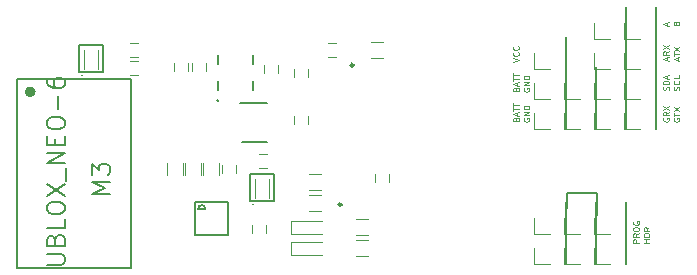
<source format=gbr>
G04 #@! TF.GenerationSoftware,KiCad,Pcbnew,(5.1.5)-3*
G04 #@! TF.CreationDate,2020-02-17T19:32:57-05:00*
G04 #@! TF.ProjectId,PicoTrackerWSPR1Rev6,5069636f-5472-4616-936b-657257535052,rev?*
G04 #@! TF.SameCoordinates,Original*
G04 #@! TF.FileFunction,Legend,Top*
G04 #@! TF.FilePolarity,Positive*
%FSLAX46Y46*%
G04 Gerber Fmt 4.6, Leading zero omitted, Abs format (unit mm)*
G04 Created by KiCad (PCBNEW (5.1.5)-3) date 2020-02-17 19:32:57*
%MOMM*%
%LPD*%
G04 APERTURE LIST*
%ADD10C,0.125000*%
%ADD11C,0.150000*%
%ADD12C,0.120000*%
%ADD13C,0.250000*%
%ADD14C,0.127000*%
%ADD15C,0.398780*%
%ADD16C,0.203200*%
%ADD17C,0.100000*%
%ADD18C,0.200000*%
G04 APERTURE END LIST*
D10*
X124685285Y-76849035D02*
X124709095Y-76777607D01*
X124732904Y-76753797D01*
X124780523Y-76729988D01*
X124851952Y-76729988D01*
X124899571Y-76753797D01*
X124923380Y-76777607D01*
X124947190Y-76825226D01*
X124947190Y-77015702D01*
X124447190Y-77015702D01*
X124447190Y-76849035D01*
X124471000Y-76801416D01*
X124494809Y-76777607D01*
X124542428Y-76753797D01*
X124590047Y-76753797D01*
X124637666Y-76777607D01*
X124661476Y-76801416D01*
X124685285Y-76849035D01*
X124685285Y-77015702D01*
X124804333Y-76539511D02*
X124804333Y-76301416D01*
X124947190Y-76587130D02*
X124447190Y-76420464D01*
X124947190Y-76253797D01*
X124447190Y-76158559D02*
X124447190Y-75872845D01*
X124947190Y-76015702D02*
X124447190Y-76015702D01*
X124447190Y-75777607D02*
X124447190Y-75491892D01*
X124947190Y-75634750D02*
X124447190Y-75634750D01*
X125346000Y-76753797D02*
X125322190Y-76801416D01*
X125322190Y-76872845D01*
X125346000Y-76944273D01*
X125393619Y-76991892D01*
X125441238Y-77015702D01*
X125536476Y-77039511D01*
X125607904Y-77039511D01*
X125703142Y-77015702D01*
X125750761Y-76991892D01*
X125798380Y-76944273D01*
X125822190Y-76872845D01*
X125822190Y-76825226D01*
X125798380Y-76753797D01*
X125774571Y-76729988D01*
X125607904Y-76729988D01*
X125607904Y-76825226D01*
X125822190Y-76515702D02*
X125322190Y-76515702D01*
X125822190Y-76229988D01*
X125322190Y-76229988D01*
X125822190Y-75991892D02*
X125322190Y-75991892D01*
X125322190Y-75872845D01*
X125346000Y-75801416D01*
X125393619Y-75753797D01*
X125441238Y-75729988D01*
X125536476Y-75706178D01*
X125607904Y-75706178D01*
X125703142Y-75729988D01*
X125750761Y-75753797D01*
X125798380Y-75801416D01*
X125822190Y-75872845D01*
X125822190Y-75991892D01*
X124685285Y-74309035D02*
X124709095Y-74237607D01*
X124732904Y-74213797D01*
X124780523Y-74189988D01*
X124851952Y-74189988D01*
X124899571Y-74213797D01*
X124923380Y-74237607D01*
X124947190Y-74285226D01*
X124947190Y-74475702D01*
X124447190Y-74475702D01*
X124447190Y-74309035D01*
X124471000Y-74261416D01*
X124494809Y-74237607D01*
X124542428Y-74213797D01*
X124590047Y-74213797D01*
X124637666Y-74237607D01*
X124661476Y-74261416D01*
X124685285Y-74309035D01*
X124685285Y-74475702D01*
X124804333Y-73999511D02*
X124804333Y-73761416D01*
X124947190Y-74047130D02*
X124447190Y-73880464D01*
X124947190Y-73713797D01*
X124447190Y-73618559D02*
X124447190Y-73332845D01*
X124947190Y-73475702D02*
X124447190Y-73475702D01*
X124447190Y-73237607D02*
X124447190Y-72951892D01*
X124947190Y-73094750D02*
X124447190Y-73094750D01*
X125346000Y-74213797D02*
X125322190Y-74261416D01*
X125322190Y-74332845D01*
X125346000Y-74404273D01*
X125393619Y-74451892D01*
X125441238Y-74475702D01*
X125536476Y-74499511D01*
X125607904Y-74499511D01*
X125703142Y-74475702D01*
X125750761Y-74451892D01*
X125798380Y-74404273D01*
X125822190Y-74332845D01*
X125822190Y-74285226D01*
X125798380Y-74213797D01*
X125774571Y-74189988D01*
X125607904Y-74189988D01*
X125607904Y-74285226D01*
X125822190Y-73975702D02*
X125322190Y-73975702D01*
X125822190Y-73689988D01*
X125322190Y-73689988D01*
X125822190Y-73451892D02*
X125322190Y-73451892D01*
X125322190Y-73332845D01*
X125346000Y-73261416D01*
X125393619Y-73213797D01*
X125441238Y-73189988D01*
X125536476Y-73166178D01*
X125607904Y-73166178D01*
X125703142Y-73189988D01*
X125750761Y-73213797D01*
X125798380Y-73261416D01*
X125822190Y-73332845D01*
X125822190Y-73451892D01*
X124427490Y-71956330D02*
X124927490Y-71789664D01*
X124427490Y-71622997D01*
X124879871Y-71170616D02*
X124903680Y-71194426D01*
X124927490Y-71265854D01*
X124927490Y-71313473D01*
X124903680Y-71384902D01*
X124856061Y-71432521D01*
X124808442Y-71456330D01*
X124713204Y-71480140D01*
X124641776Y-71480140D01*
X124546538Y-71456330D01*
X124498919Y-71432521D01*
X124451300Y-71384902D01*
X124427490Y-71313473D01*
X124427490Y-71265854D01*
X124451300Y-71194426D01*
X124475109Y-71170616D01*
X124879871Y-70670616D02*
X124903680Y-70694426D01*
X124927490Y-70765854D01*
X124927490Y-70813473D01*
X124903680Y-70884902D01*
X124856061Y-70932521D01*
X124808442Y-70956330D01*
X124713204Y-70980140D01*
X124641776Y-70980140D01*
X124546538Y-70956330D01*
X124498919Y-70932521D01*
X124451300Y-70884902D01*
X124427490Y-70813473D01*
X124427490Y-70765854D01*
X124451300Y-70694426D01*
X124475109Y-70670616D01*
X135107190Y-87302702D02*
X134607190Y-87302702D01*
X134607190Y-87112226D01*
X134631000Y-87064607D01*
X134654809Y-87040797D01*
X134702428Y-87016988D01*
X134773857Y-87016988D01*
X134821476Y-87040797D01*
X134845285Y-87064607D01*
X134869095Y-87112226D01*
X134869095Y-87302702D01*
X135107190Y-86516988D02*
X134869095Y-86683654D01*
X135107190Y-86802702D02*
X134607190Y-86802702D01*
X134607190Y-86612226D01*
X134631000Y-86564607D01*
X134654809Y-86540797D01*
X134702428Y-86516988D01*
X134773857Y-86516988D01*
X134821476Y-86540797D01*
X134845285Y-86564607D01*
X134869095Y-86612226D01*
X134869095Y-86802702D01*
X134607190Y-86207464D02*
X134607190Y-86112226D01*
X134631000Y-86064607D01*
X134678619Y-86016988D01*
X134773857Y-85993178D01*
X134940523Y-85993178D01*
X135035761Y-86016988D01*
X135083380Y-86064607D01*
X135107190Y-86112226D01*
X135107190Y-86207464D01*
X135083380Y-86255083D01*
X135035761Y-86302702D01*
X134940523Y-86326511D01*
X134773857Y-86326511D01*
X134678619Y-86302702D01*
X134631000Y-86255083D01*
X134607190Y-86207464D01*
X134631000Y-85516988D02*
X134607190Y-85564607D01*
X134607190Y-85636035D01*
X134631000Y-85707464D01*
X134678619Y-85755083D01*
X134726238Y-85778892D01*
X134821476Y-85802702D01*
X134892904Y-85802702D01*
X134988142Y-85778892D01*
X135035761Y-85755083D01*
X135083380Y-85707464D01*
X135107190Y-85636035D01*
X135107190Y-85588416D01*
X135083380Y-85516988D01*
X135059571Y-85493178D01*
X134892904Y-85493178D01*
X134892904Y-85588416D01*
X135982190Y-87302702D02*
X135482190Y-87302702D01*
X135720285Y-87302702D02*
X135720285Y-87016988D01*
X135982190Y-87016988D02*
X135482190Y-87016988D01*
X135982190Y-86778892D02*
X135482190Y-86778892D01*
X135482190Y-86659845D01*
X135506000Y-86588416D01*
X135553619Y-86540797D01*
X135601238Y-86516988D01*
X135696476Y-86493178D01*
X135767904Y-86493178D01*
X135863142Y-86516988D01*
X135910761Y-86540797D01*
X135958380Y-86588416D01*
X135982190Y-86659845D01*
X135982190Y-86778892D01*
X135982190Y-85993178D02*
X135744095Y-86159845D01*
X135982190Y-86278892D02*
X135482190Y-86278892D01*
X135482190Y-86088416D01*
X135506000Y-86040797D01*
X135529809Y-86016988D01*
X135577428Y-85993178D01*
X135648857Y-85993178D01*
X135696476Y-86016988D01*
X135720285Y-86040797D01*
X135744095Y-86088416D01*
X135744095Y-86278892D01*
D11*
X131508500Y-83058000D02*
X131508500Y-84963000D01*
X128968500Y-83058000D02*
X131508500Y-83058000D01*
X128968500Y-84328000D02*
X128968500Y-83058000D01*
D10*
X137504333Y-68911511D02*
X137504333Y-68673416D01*
X137647190Y-68959130D02*
X137147190Y-68792464D01*
X137647190Y-68625797D01*
X138260285Y-68721035D02*
X138284095Y-68649607D01*
X138307904Y-68625797D01*
X138355523Y-68601988D01*
X138426952Y-68601988D01*
X138474571Y-68625797D01*
X138498380Y-68649607D01*
X138522190Y-68697226D01*
X138522190Y-68887702D01*
X138022190Y-68887702D01*
X138022190Y-68721035D01*
X138046000Y-68673416D01*
X138069809Y-68649607D01*
X138117428Y-68625797D01*
X138165047Y-68625797D01*
X138212666Y-68649607D01*
X138236476Y-68673416D01*
X138260285Y-68721035D01*
X138260285Y-68887702D01*
X137504333Y-71832511D02*
X137504333Y-71594416D01*
X137647190Y-71880130D02*
X137147190Y-71713464D01*
X137647190Y-71546797D01*
X137647190Y-71094416D02*
X137409095Y-71261083D01*
X137647190Y-71380130D02*
X137147190Y-71380130D01*
X137147190Y-71189654D01*
X137171000Y-71142035D01*
X137194809Y-71118226D01*
X137242428Y-71094416D01*
X137313857Y-71094416D01*
X137361476Y-71118226D01*
X137385285Y-71142035D01*
X137409095Y-71189654D01*
X137409095Y-71380130D01*
X137147190Y-70927750D02*
X137647190Y-70594416D01*
X137147190Y-70594416D02*
X137647190Y-70927750D01*
X138379333Y-71832511D02*
X138379333Y-71594416D01*
X138522190Y-71880130D02*
X138022190Y-71713464D01*
X138522190Y-71546797D01*
X138022190Y-71451559D02*
X138022190Y-71165845D01*
X138522190Y-71308702D02*
X138022190Y-71308702D01*
X138022190Y-71046797D02*
X138522190Y-70713464D01*
X138022190Y-70713464D02*
X138522190Y-71046797D01*
X137623380Y-74372511D02*
X137647190Y-74301083D01*
X137647190Y-74182035D01*
X137623380Y-74134416D01*
X137599571Y-74110607D01*
X137551952Y-74086797D01*
X137504333Y-74086797D01*
X137456714Y-74110607D01*
X137432904Y-74134416D01*
X137409095Y-74182035D01*
X137385285Y-74277273D01*
X137361476Y-74324892D01*
X137337666Y-74348702D01*
X137290047Y-74372511D01*
X137242428Y-74372511D01*
X137194809Y-74348702D01*
X137171000Y-74324892D01*
X137147190Y-74277273D01*
X137147190Y-74158226D01*
X137171000Y-74086797D01*
X137647190Y-73872511D02*
X137147190Y-73872511D01*
X137147190Y-73753464D01*
X137171000Y-73682035D01*
X137218619Y-73634416D01*
X137266238Y-73610607D01*
X137361476Y-73586797D01*
X137432904Y-73586797D01*
X137528142Y-73610607D01*
X137575761Y-73634416D01*
X137623380Y-73682035D01*
X137647190Y-73753464D01*
X137647190Y-73872511D01*
X137504333Y-73396321D02*
X137504333Y-73158226D01*
X137647190Y-73443940D02*
X137147190Y-73277273D01*
X137647190Y-73110607D01*
X138498380Y-74372511D02*
X138522190Y-74301083D01*
X138522190Y-74182035D01*
X138498380Y-74134416D01*
X138474571Y-74110607D01*
X138426952Y-74086797D01*
X138379333Y-74086797D01*
X138331714Y-74110607D01*
X138307904Y-74134416D01*
X138284095Y-74182035D01*
X138260285Y-74277273D01*
X138236476Y-74324892D01*
X138212666Y-74348702D01*
X138165047Y-74372511D01*
X138117428Y-74372511D01*
X138069809Y-74348702D01*
X138046000Y-74324892D01*
X138022190Y-74277273D01*
X138022190Y-74158226D01*
X138046000Y-74086797D01*
X138474571Y-73586797D02*
X138498380Y-73610607D01*
X138522190Y-73682035D01*
X138522190Y-73729654D01*
X138498380Y-73801083D01*
X138450761Y-73848702D01*
X138403142Y-73872511D01*
X138307904Y-73896321D01*
X138236476Y-73896321D01*
X138141238Y-73872511D01*
X138093619Y-73848702D01*
X138046000Y-73801083D01*
X138022190Y-73729654D01*
X138022190Y-73682035D01*
X138046000Y-73610607D01*
X138069809Y-73586797D01*
X138522190Y-73134416D02*
X138522190Y-73372511D01*
X138022190Y-73372511D01*
X137171000Y-76753797D02*
X137147190Y-76801416D01*
X137147190Y-76872845D01*
X137171000Y-76944273D01*
X137218619Y-76991892D01*
X137266238Y-77015702D01*
X137361476Y-77039511D01*
X137432904Y-77039511D01*
X137528142Y-77015702D01*
X137575761Y-76991892D01*
X137623380Y-76944273D01*
X137647190Y-76872845D01*
X137647190Y-76825226D01*
X137623380Y-76753797D01*
X137599571Y-76729988D01*
X137432904Y-76729988D01*
X137432904Y-76825226D01*
X137647190Y-76229988D02*
X137409095Y-76396654D01*
X137647190Y-76515702D02*
X137147190Y-76515702D01*
X137147190Y-76325226D01*
X137171000Y-76277607D01*
X137194809Y-76253797D01*
X137242428Y-76229988D01*
X137313857Y-76229988D01*
X137361476Y-76253797D01*
X137385285Y-76277607D01*
X137409095Y-76325226D01*
X137409095Y-76515702D01*
X137147190Y-76063321D02*
X137647190Y-75729988D01*
X137147190Y-75729988D02*
X137647190Y-76063321D01*
X138046000Y-76753797D02*
X138022190Y-76801416D01*
X138022190Y-76872845D01*
X138046000Y-76944273D01*
X138093619Y-76991892D01*
X138141238Y-77015702D01*
X138236476Y-77039511D01*
X138307904Y-77039511D01*
X138403142Y-77015702D01*
X138450761Y-76991892D01*
X138498380Y-76944273D01*
X138522190Y-76872845D01*
X138522190Y-76825226D01*
X138498380Y-76753797D01*
X138474571Y-76729988D01*
X138307904Y-76729988D01*
X138307904Y-76825226D01*
X138022190Y-76587130D02*
X138022190Y-76301416D01*
X138522190Y-76444273D02*
X138022190Y-76444273D01*
X138022190Y-76182369D02*
X138522190Y-75849035D01*
X138022190Y-75849035D02*
X138522190Y-76182369D01*
D12*
X126241500Y-86547000D02*
X126241500Y-85217000D01*
X127571500Y-86547000D02*
X126241500Y-86547000D01*
X128841500Y-86547000D02*
X128841500Y-83887000D01*
X128841500Y-83887000D02*
X128901500Y-83887000D01*
X128841500Y-86547000D02*
X128901500Y-86547000D01*
X128901500Y-86547000D02*
X128901500Y-83887000D01*
X128901500Y-89087000D02*
X128901500Y-86427000D01*
X128841500Y-89087000D02*
X128901500Y-89087000D01*
X128841500Y-86427000D02*
X128901500Y-86427000D01*
X128841500Y-89087000D02*
X128841500Y-86427000D01*
X127571500Y-89087000D02*
X126241500Y-89087000D01*
X126241500Y-89087000D02*
X126241500Y-87757000D01*
X128841500Y-75117000D02*
X128901500Y-75117000D01*
X128901500Y-75117000D02*
X128901500Y-72457000D01*
X128901500Y-72457000D02*
X128841500Y-72457000D01*
X128841500Y-72457000D02*
X128841500Y-75117000D01*
X127571500Y-75117000D02*
X126241500Y-75117000D01*
X126241500Y-75117000D02*
X126241500Y-73787000D01*
X128841500Y-77657000D02*
X128901500Y-77657000D01*
X128901500Y-77657000D02*
X128901500Y-74997000D01*
X128901500Y-74997000D02*
X128841500Y-74997000D01*
X128841500Y-74997000D02*
X128841500Y-77657000D01*
X127571500Y-77657000D02*
X126241500Y-77657000D01*
X126241500Y-77657000D02*
X126241500Y-76327000D01*
X126241500Y-72577000D02*
X126241500Y-71247000D01*
X127571500Y-72577000D02*
X126241500Y-72577000D01*
X128841500Y-69917000D02*
X128841500Y-72577000D01*
X128901500Y-69917000D02*
X128841500Y-69917000D01*
X128901500Y-72577000D02*
X128901500Y-69917000D01*
X128841500Y-72577000D02*
X128901500Y-72577000D01*
X107089500Y-72609000D02*
X107089500Y-73309000D01*
X105889500Y-73309000D02*
X105889500Y-72609000D01*
X104549500Y-72233000D02*
X104549500Y-72933000D01*
X103349500Y-72933000D02*
X103349500Y-72233000D01*
X97253500Y-72801000D02*
X97253500Y-72101000D01*
X98453500Y-72101000D02*
X98453500Y-72801000D01*
X96929500Y-72101000D02*
X96929500Y-72801000D01*
X95729500Y-72801000D02*
X95729500Y-72101000D01*
X91981500Y-71917000D02*
X92681500Y-71917000D01*
X92681500Y-73117000D02*
X91981500Y-73117000D01*
X91981500Y-70393000D02*
X92681500Y-70393000D01*
X92681500Y-71593000D02*
X91981500Y-71593000D01*
X100993500Y-80737000D02*
X100993500Y-81437000D01*
X99793500Y-81437000D02*
X99793500Y-80737000D01*
X103603500Y-80991000D02*
X102903500Y-80991000D01*
X102903500Y-79791000D02*
X103603500Y-79791000D01*
X107089500Y-76551000D02*
X107089500Y-77251000D01*
X105889500Y-77251000D02*
X105889500Y-76551000D01*
X103533500Y-85817000D02*
X103533500Y-86517000D01*
X102333500Y-86517000D02*
X102333500Y-85817000D01*
X108740500Y-70393000D02*
X109440500Y-70393000D01*
X109440500Y-71593000D02*
X108740500Y-71593000D01*
X112747500Y-82199000D02*
X112747500Y-81499000D01*
X113947500Y-81499000D02*
X113947500Y-82199000D01*
X128781500Y-77657000D02*
X128781500Y-76327000D01*
X130111500Y-77657000D02*
X128781500Y-77657000D01*
X131381500Y-74997000D02*
X131381500Y-77657000D01*
X131441500Y-74997000D02*
X131381500Y-74997000D01*
X131441500Y-77657000D02*
X131441500Y-74997000D01*
X131381500Y-77657000D02*
X131441500Y-77657000D01*
X131321500Y-72577000D02*
X131321500Y-71247000D01*
X132651500Y-72577000D02*
X131321500Y-72577000D01*
X133921500Y-69917000D02*
X133921500Y-72577000D01*
X133981500Y-69917000D02*
X133921500Y-69917000D01*
X133981500Y-72577000D02*
X133981500Y-69917000D01*
X133921500Y-72577000D02*
X133981500Y-72577000D01*
X136461500Y-72577000D02*
X136521500Y-72577000D01*
X136521500Y-72577000D02*
X136521500Y-69917000D01*
X136521500Y-69917000D02*
X136461500Y-69917000D01*
X136461500Y-69917000D02*
X136461500Y-72577000D01*
X135191500Y-72577000D02*
X133861500Y-72577000D01*
X133861500Y-72577000D02*
X133861500Y-71247000D01*
X131321500Y-75117000D02*
X131321500Y-73787000D01*
X132651500Y-75117000D02*
X131321500Y-75117000D01*
X133921500Y-72457000D02*
X133921500Y-75117000D01*
X133981500Y-72457000D02*
X133921500Y-72457000D01*
X133981500Y-75117000D02*
X133981500Y-72457000D01*
X133921500Y-75117000D02*
X133981500Y-75117000D01*
X136461500Y-75117000D02*
X136521500Y-75117000D01*
X136521500Y-75117000D02*
X136521500Y-72457000D01*
X136521500Y-72457000D02*
X136461500Y-72457000D01*
X136461500Y-72457000D02*
X136461500Y-75117000D01*
X135191500Y-75117000D02*
X133861500Y-75117000D01*
X133861500Y-75117000D02*
X133861500Y-73787000D01*
X133981500Y-86547000D02*
X133981500Y-83887000D01*
X133921500Y-86547000D02*
X133981500Y-86547000D01*
X133921500Y-83887000D02*
X133981500Y-83887000D01*
X133921500Y-86547000D02*
X133921500Y-83887000D01*
X132651500Y-86547000D02*
X131321500Y-86547000D01*
X131321500Y-86547000D02*
X131321500Y-85217000D01*
X128781500Y-86547000D02*
X128781500Y-85217000D01*
X130111500Y-86547000D02*
X128781500Y-86547000D01*
X131381500Y-86547000D02*
X131381500Y-83887000D01*
X131381500Y-83887000D02*
X131441500Y-83887000D01*
X131381500Y-86547000D02*
X131441500Y-86547000D01*
X131441500Y-86547000D02*
X131441500Y-83887000D01*
X133981500Y-89087000D02*
X133981500Y-86427000D01*
X133921500Y-89087000D02*
X133981500Y-89087000D01*
X133921500Y-86427000D02*
X133981500Y-86427000D01*
X133921500Y-89087000D02*
X133921500Y-86427000D01*
X132651500Y-89087000D02*
X131321500Y-89087000D01*
X131321500Y-89087000D02*
X131321500Y-87757000D01*
X128781500Y-89087000D02*
X128781500Y-87757000D01*
X130111500Y-89087000D02*
X128781500Y-89087000D01*
X131381500Y-89087000D02*
X131381500Y-86427000D01*
X131381500Y-86427000D02*
X131441500Y-86427000D01*
X131381500Y-89087000D02*
X131441500Y-89087000D01*
X131441500Y-89087000D02*
X131441500Y-86427000D01*
X133861500Y-77657000D02*
X133861500Y-76327000D01*
X135191500Y-77657000D02*
X133861500Y-77657000D01*
X136461500Y-74997000D02*
X136461500Y-77657000D01*
X136521500Y-74997000D02*
X136461500Y-74997000D01*
X136521500Y-77657000D02*
X136521500Y-74997000D01*
X136461500Y-77657000D02*
X136521500Y-77657000D01*
X133921500Y-77657000D02*
X133981500Y-77657000D01*
X133981500Y-77657000D02*
X133981500Y-74997000D01*
X133981500Y-74997000D02*
X133921500Y-74997000D01*
X133921500Y-74997000D02*
X133921500Y-77657000D01*
X132651500Y-77657000D02*
X131321500Y-77657000D01*
X131321500Y-77657000D02*
X131321500Y-76327000D01*
X133921500Y-70037000D02*
X133981500Y-70037000D01*
X133981500Y-70037000D02*
X133981500Y-67377000D01*
X133981500Y-67377000D02*
X133921500Y-67377000D01*
X133921500Y-67377000D02*
X133921500Y-70037000D01*
X132651500Y-70037000D02*
X131321500Y-70037000D01*
X131321500Y-70037000D02*
X131321500Y-68707000D01*
X133861500Y-70037000D02*
X133861500Y-68707000D01*
X135191500Y-70037000D02*
X133861500Y-70037000D01*
X136461500Y-67377000D02*
X136461500Y-70037000D01*
X136521500Y-67377000D02*
X136461500Y-67377000D01*
X136521500Y-70037000D02*
X136521500Y-67377000D01*
X136461500Y-70037000D02*
X136521500Y-70037000D01*
X128781500Y-75117000D02*
X128781500Y-73787000D01*
X130111500Y-75117000D02*
X128781500Y-75117000D01*
X131381500Y-72457000D02*
X131381500Y-75117000D01*
X131441500Y-72457000D02*
X131381500Y-72457000D01*
X131441500Y-75117000D02*
X131441500Y-72457000D01*
X131381500Y-75117000D02*
X131441500Y-75117000D01*
X105621500Y-85429000D02*
X108221500Y-85429000D01*
X105621500Y-86529000D02*
X108221500Y-86529000D01*
X105621500Y-85429000D02*
X105621500Y-86529000D01*
X105621500Y-87207000D02*
X105621500Y-88307000D01*
X105621500Y-88307000D02*
X108221500Y-88307000D01*
X105621500Y-87207000D02*
X108221500Y-87207000D01*
D13*
X109913500Y-84069000D02*
G75*
G03X109913500Y-84069000I-125000J0D01*
G01*
D11*
X103632000Y-75438000D02*
X101346000Y-75438000D01*
X103632000Y-78740000D02*
X101473000Y-78740000D01*
D14*
X92123260Y-89413080D02*
X82463640Y-89413080D01*
X92123260Y-89413080D02*
X92123260Y-73416160D01*
X92123260Y-73416160D02*
X82463640Y-73416160D01*
X82463640Y-73416160D02*
X82463640Y-89413080D01*
D15*
X83804760Y-74526140D02*
G75*
G03X83804760Y-74526140I-248920J0D01*
G01*
D16*
X100269040Y-83817460D02*
X100269040Y-86616540D01*
X100269040Y-86616540D02*
X97469960Y-86616540D01*
X97469960Y-86616540D02*
X97469960Y-83817460D01*
X97469960Y-83817460D02*
X100269040Y-83817460D01*
X98371660Y-84419440D02*
X97769680Y-84419440D01*
X98374200Y-84419440D02*
G75*
G03X97769680Y-84419440I-302260J0D01*
G01*
D12*
X111153500Y-85299000D02*
X112153500Y-85299000D01*
X112153500Y-86659000D02*
X111153500Y-86659000D01*
X112153500Y-88437000D02*
X111153500Y-88437000D01*
X111153500Y-87077000D02*
X112153500Y-87077000D01*
X113382500Y-71673000D02*
X112382500Y-71673000D01*
X112382500Y-70313000D02*
X113382500Y-70313000D01*
X107175500Y-81489000D02*
X108175500Y-81489000D01*
X108175500Y-82849000D02*
X107175500Y-82849000D01*
X108175500Y-84627000D02*
X107175500Y-84627000D01*
X107175500Y-83267000D02*
X108175500Y-83267000D01*
X95141500Y-81569000D02*
X95141500Y-80569000D01*
X96501500Y-80569000D02*
X96501500Y-81569000D01*
X96665500Y-81569000D02*
X96665500Y-80569000D01*
X98025500Y-80569000D02*
X98025500Y-81569000D01*
X98189500Y-81569000D02*
X98189500Y-80569000D01*
X99549500Y-80569000D02*
X99549500Y-81569000D01*
D16*
X99428300Y-72151240D02*
X99428300Y-71424800D01*
X102374700Y-73644760D02*
X102374700Y-74371200D01*
X99428300Y-74371200D02*
X99428300Y-73644760D01*
X102374700Y-71424800D02*
X102374700Y-72151240D01*
D11*
X87693500Y-70581000D02*
X88709500Y-70581000D01*
X87693500Y-72867000D02*
X87693500Y-70581000D01*
X89725500Y-72867000D02*
X87693500Y-72867000D01*
X89725500Y-70581000D02*
X89725500Y-72867000D01*
X88709500Y-70581000D02*
X89725500Y-70581000D01*
D17*
X88109500Y-72555000D02*
X88109500Y-70955000D01*
X89309500Y-72555000D02*
X89309500Y-70955000D01*
D18*
X87947500Y-73121000D02*
X87947500Y-73121000D01*
X102425500Y-84043000D02*
X102425500Y-84043000D01*
D17*
X103787500Y-83477000D02*
X103787500Y-81877000D01*
X102587500Y-83477000D02*
X102587500Y-81877000D01*
D11*
X103187500Y-81503000D02*
X104203500Y-81503000D01*
X104203500Y-81503000D02*
X104203500Y-83789000D01*
X104203500Y-83789000D02*
X102171500Y-83789000D01*
X102171500Y-83789000D02*
X102171500Y-81503000D01*
X102171500Y-81503000D02*
X103187500Y-81503000D01*
D13*
X110921335Y-72272301D02*
G75*
G03X110921335Y-72272301I-125000J0D01*
G01*
D11*
X90287928Y-83148714D02*
X88763928Y-83148714D01*
X89852500Y-82640714D01*
X88763928Y-82132714D01*
X90287928Y-82132714D01*
X88763928Y-81552142D02*
X88763928Y-80608714D01*
X89344500Y-81116714D01*
X89344500Y-80899000D01*
X89417071Y-80753857D01*
X89489642Y-80681285D01*
X89634785Y-80608714D01*
X89997642Y-80608714D01*
X90142785Y-80681285D01*
X90215357Y-80753857D01*
X90287928Y-80899000D01*
X90287928Y-81334428D01*
X90215357Y-81479571D01*
X90142785Y-81552142D01*
X84953928Y-89154000D02*
X86187642Y-89154000D01*
X86332785Y-89081428D01*
X86405357Y-89008857D01*
X86477928Y-88863714D01*
X86477928Y-88573428D01*
X86405357Y-88428285D01*
X86332785Y-88355714D01*
X86187642Y-88283142D01*
X84953928Y-88283142D01*
X85679642Y-87049428D02*
X85752214Y-86831714D01*
X85824785Y-86759142D01*
X85969928Y-86686571D01*
X86187642Y-86686571D01*
X86332785Y-86759142D01*
X86405357Y-86831714D01*
X86477928Y-86976857D01*
X86477928Y-87557428D01*
X84953928Y-87557428D01*
X84953928Y-87049428D01*
X85026500Y-86904285D01*
X85099071Y-86831714D01*
X85244214Y-86759142D01*
X85389357Y-86759142D01*
X85534500Y-86831714D01*
X85607071Y-86904285D01*
X85679642Y-87049428D01*
X85679642Y-87557428D01*
X86477928Y-85307714D02*
X86477928Y-86033428D01*
X84953928Y-86033428D01*
X84953928Y-84509428D02*
X84953928Y-84219142D01*
X85026500Y-84074000D01*
X85171642Y-83928857D01*
X85461928Y-83856285D01*
X85969928Y-83856285D01*
X86260214Y-83928857D01*
X86405357Y-84074000D01*
X86477928Y-84219142D01*
X86477928Y-84509428D01*
X86405357Y-84654571D01*
X86260214Y-84799714D01*
X85969928Y-84872285D01*
X85461928Y-84872285D01*
X85171642Y-84799714D01*
X85026500Y-84654571D01*
X84953928Y-84509428D01*
X84953928Y-83348285D02*
X86477928Y-82332285D01*
X84953928Y-82332285D02*
X86477928Y-83348285D01*
X86623071Y-82114571D02*
X86623071Y-80953428D01*
X86477928Y-80590571D02*
X84953928Y-80590571D01*
X86477928Y-79719714D01*
X84953928Y-79719714D01*
X85679642Y-78994000D02*
X85679642Y-78486000D01*
X86477928Y-78268285D02*
X86477928Y-78994000D01*
X84953928Y-78994000D01*
X84953928Y-78268285D01*
X84953928Y-77324857D02*
X84953928Y-77034571D01*
X85026500Y-76889428D01*
X85171642Y-76744285D01*
X85461928Y-76671714D01*
X85969928Y-76671714D01*
X86260214Y-76744285D01*
X86405357Y-76889428D01*
X86477928Y-77034571D01*
X86477928Y-77324857D01*
X86405357Y-77470000D01*
X86260214Y-77615142D01*
X85969928Y-77687714D01*
X85461928Y-77687714D01*
X85171642Y-77615142D01*
X85026500Y-77470000D01*
X84953928Y-77324857D01*
X85897357Y-76018571D02*
X85897357Y-74857428D01*
X84953928Y-73478571D02*
X84953928Y-73768857D01*
X85026500Y-73914000D01*
X85099071Y-73986571D01*
X85316785Y-74131714D01*
X85607071Y-74204285D01*
X86187642Y-74204285D01*
X86332785Y-74131714D01*
X86405357Y-74059142D01*
X86477928Y-73914000D01*
X86477928Y-73623714D01*
X86405357Y-73478571D01*
X86332785Y-73406000D01*
X86187642Y-73333428D01*
X85824785Y-73333428D01*
X85679642Y-73406000D01*
X85607071Y-73478571D01*
X85534500Y-73623714D01*
X85534500Y-73914000D01*
X85607071Y-74059142D01*
X85679642Y-74131714D01*
X85824785Y-74204285D01*
X99391742Y-75222100D02*
X99439361Y-75174480D01*
X99486980Y-75222100D01*
X99439361Y-75269719D01*
X99391742Y-75222100D01*
X99486980Y-75222100D01*
M02*

</source>
